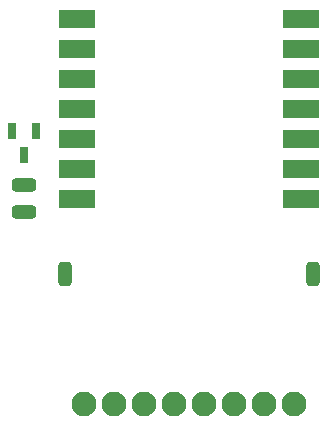
<source format=gbr>
%TF.GenerationSoftware,KiCad,Pcbnew,(6.0.9-0)*%
%TF.CreationDate,2022-12-16T11:10:40-08:00*%
%TF.ProjectId,trackball,74726163-6b62-4616-9c6c-2e6b69636164,v01*%
%TF.SameCoordinates,Original*%
%TF.FileFunction,Soldermask,Top*%
%TF.FilePolarity,Negative*%
%FSLAX46Y46*%
G04 Gerber Fmt 4.6, Leading zero omitted, Abs format (unit mm)*
G04 Created by KiCad (PCBNEW (6.0.9-0)) date 2022-12-16 11:10:40*
%MOMM*%
%LPD*%
G01*
G04 APERTURE LIST*
G04 Aperture macros list*
%AMRoundRect*
0 Rectangle with rounded corners*
0 $1 Rounding radius*
0 $2 $3 $4 $5 $6 $7 $8 $9 X,Y pos of 4 corners*
0 Add a 4 corners polygon primitive as box body*
4,1,4,$2,$3,$4,$5,$6,$7,$8,$9,$2,$3,0*
0 Add four circle primitives for the rounded corners*
1,1,$1+$1,$2,$3*
1,1,$1+$1,$4,$5*
1,1,$1+$1,$6,$7*
1,1,$1+$1,$8,$9*
0 Add four rect primitives between the rounded corners*
20,1,$1+$1,$2,$3,$4,$5,0*
20,1,$1+$1,$4,$5,$6,$7,0*
20,1,$1+$1,$6,$7,$8,$9,0*
20,1,$1+$1,$8,$9,$2,$3,0*%
G04 Aperture macros list end*
%ADD10RoundRect,0.050800X-1.500000X0.750000X-1.500000X-0.750000X1.500000X-0.750000X1.500000X0.750000X0*%
%ADD11RoundRect,0.050800X-0.279400X0.660400X-0.279400X-0.660400X0.279400X-0.660400X0.279400X0.660400X0*%
%ADD12RoundRect,0.300800X-0.750000X0.250000X-0.750000X-0.250000X0.750000X-0.250000X0.750000X0.250000X0*%
%ADD13RoundRect,0.300800X-0.250000X-0.750000X0.250000X-0.750000X0.250000X0.750000X-0.250000X0.750000X0*%
%ADD14C,2.101600*%
G04 APERTURE END LIST*
D10*
%TO.C,U1*%
X135050000Y-123380000D03*
X135050000Y-125920000D03*
X135050000Y-128460000D03*
X135050000Y-131000000D03*
X135050000Y-133540000D03*
X135050000Y-136080000D03*
X135050000Y-138620000D03*
X153950000Y-123380000D03*
X153950000Y-125920000D03*
X153950000Y-128460000D03*
X153950000Y-131000000D03*
X153950000Y-133540000D03*
X153950000Y-136080000D03*
X153950000Y-138620000D03*
%TD*%
D11*
%TO.C,Q1*%
X131516000Y-132884000D03*
X129484000Y-132884000D03*
X130500000Y-134916000D03*
%TD*%
D12*
%TO.C,+*%
X130500000Y-139700000D03*
%TD*%
%TO.C,-*%
X130500000Y-137400000D03*
%TD*%
D13*
%TO.C,J2*%
X134000000Y-145000000D03*
%TD*%
%TO.C,J1*%
X155000000Y-145000000D03*
%TD*%
D14*
%TO.C,U2*%
X153390000Y-156000000D03*
X150850000Y-156000000D03*
X148310000Y-156000000D03*
X145770000Y-156000000D03*
X143230000Y-156000000D03*
X140690000Y-156000000D03*
X138150000Y-156000000D03*
X135610000Y-156000000D03*
%TD*%
M02*

</source>
